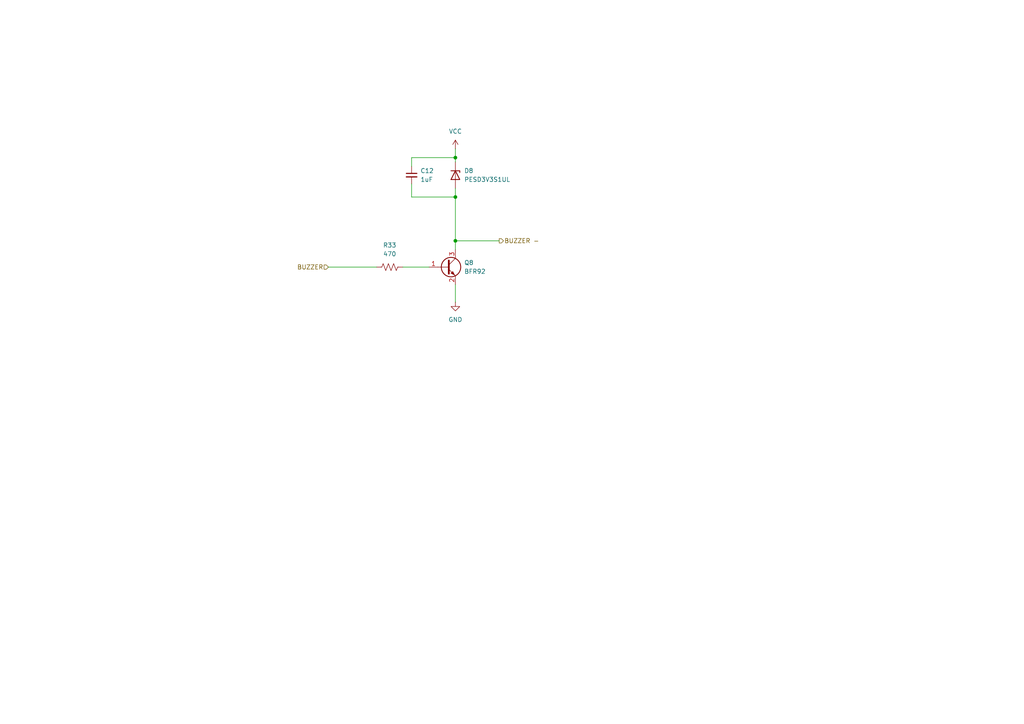
<source format=kicad_sch>
(kicad_sch
	(version 20250114)
	(generator "eeschema")
	(generator_version "9.0")
	(uuid "b61fc21d-2ceb-4c81-a4b6-44857d75bc70")
	(paper "A4")
	(lib_symbols
		(symbol "Device:C_Small"
			(pin_numbers
				(hide yes)
			)
			(pin_names
				(offset 0.254)
				(hide yes)
			)
			(exclude_from_sim no)
			(in_bom yes)
			(on_board yes)
			(property "Reference" "C"
				(at 0.254 1.778 0)
				(effects
					(font
						(size 1.27 1.27)
					)
					(justify left)
				)
			)
			(property "Value" "C_Small"
				(at 0.254 -2.032 0)
				(effects
					(font
						(size 1.27 1.27)
					)
					(justify left)
				)
			)
			(property "Footprint" ""
				(at 0 0 0)
				(effects
					(font
						(size 1.27 1.27)
					)
					(hide yes)
				)
			)
			(property "Datasheet" "~"
				(at 0 0 0)
				(effects
					(font
						(size 1.27 1.27)
					)
					(hide yes)
				)
			)
			(property "Description" "Unpolarized capacitor, small symbol"
				(at 0 0 0)
				(effects
					(font
						(size 1.27 1.27)
					)
					(hide yes)
				)
			)
			(property "ki_keywords" "capacitor cap"
				(at 0 0 0)
				(effects
					(font
						(size 1.27 1.27)
					)
					(hide yes)
				)
			)
			(property "ki_fp_filters" "C_*"
				(at 0 0 0)
				(effects
					(font
						(size 1.27 1.27)
					)
					(hide yes)
				)
			)
			(symbol "C_Small_0_1"
				(polyline
					(pts
						(xy -1.524 0.508) (xy 1.524 0.508)
					)
					(stroke
						(width 0.3048)
						(type default)
					)
					(fill
						(type none)
					)
				)
				(polyline
					(pts
						(xy -1.524 -0.508) (xy 1.524 -0.508)
					)
					(stroke
						(width 0.3302)
						(type default)
					)
					(fill
						(type none)
					)
				)
			)
			(symbol "C_Small_1_1"
				(pin passive line
					(at 0 2.54 270)
					(length 2.032)
					(name "~"
						(effects
							(font
								(size 1.27 1.27)
							)
						)
					)
					(number "1"
						(effects
							(font
								(size 1.27 1.27)
							)
						)
					)
				)
				(pin passive line
					(at 0 -2.54 90)
					(length 2.032)
					(name "~"
						(effects
							(font
								(size 1.27 1.27)
							)
						)
					)
					(number "2"
						(effects
							(font
								(size 1.27 1.27)
							)
						)
					)
				)
			)
			(embedded_fonts no)
		)
		(symbol "Device:R_US"
			(pin_numbers
				(hide yes)
			)
			(pin_names
				(offset 0)
			)
			(exclude_from_sim no)
			(in_bom yes)
			(on_board yes)
			(property "Reference" "R"
				(at 2.54 0 90)
				(effects
					(font
						(size 1.27 1.27)
					)
				)
			)
			(property "Value" "R_US"
				(at -2.54 0 90)
				(effects
					(font
						(size 1.27 1.27)
					)
				)
			)
			(property "Footprint" ""
				(at 1.016 -0.254 90)
				(effects
					(font
						(size 1.27 1.27)
					)
					(hide yes)
				)
			)
			(property "Datasheet" "~"
				(at 0 0 0)
				(effects
					(font
						(size 1.27 1.27)
					)
					(hide yes)
				)
			)
			(property "Description" "Resistor, US symbol"
				(at 0 0 0)
				(effects
					(font
						(size 1.27 1.27)
					)
					(hide yes)
				)
			)
			(property "ki_keywords" "R res resistor"
				(at 0 0 0)
				(effects
					(font
						(size 1.27 1.27)
					)
					(hide yes)
				)
			)
			(property "ki_fp_filters" "R_*"
				(at 0 0 0)
				(effects
					(font
						(size 1.27 1.27)
					)
					(hide yes)
				)
			)
			(symbol "R_US_0_1"
				(polyline
					(pts
						(xy 0 2.286) (xy 0 2.54)
					)
					(stroke
						(width 0)
						(type default)
					)
					(fill
						(type none)
					)
				)
				(polyline
					(pts
						(xy 0 2.286) (xy 1.016 1.905) (xy 0 1.524) (xy -1.016 1.143) (xy 0 0.762)
					)
					(stroke
						(width 0)
						(type default)
					)
					(fill
						(type none)
					)
				)
				(polyline
					(pts
						(xy 0 0.762) (xy 1.016 0.381) (xy 0 0) (xy -1.016 -0.381) (xy 0 -0.762)
					)
					(stroke
						(width 0)
						(type default)
					)
					(fill
						(type none)
					)
				)
				(polyline
					(pts
						(xy 0 -0.762) (xy 1.016 -1.143) (xy 0 -1.524) (xy -1.016 -1.905) (xy 0 -2.286)
					)
					(stroke
						(width 0)
						(type default)
					)
					(fill
						(type none)
					)
				)
				(polyline
					(pts
						(xy 0 -2.286) (xy 0 -2.54)
					)
					(stroke
						(width 0)
						(type default)
					)
					(fill
						(type none)
					)
				)
			)
			(symbol "R_US_1_1"
				(pin passive line
					(at 0 3.81 270)
					(length 1.27)
					(name "~"
						(effects
							(font
								(size 1.27 1.27)
							)
						)
					)
					(number "1"
						(effects
							(font
								(size 1.27 1.27)
							)
						)
					)
				)
				(pin passive line
					(at 0 -3.81 90)
					(length 1.27)
					(name "~"
						(effects
							(font
								(size 1.27 1.27)
							)
						)
					)
					(number "2"
						(effects
							(font
								(size 1.27 1.27)
							)
						)
					)
				)
			)
			(embedded_fonts no)
		)
		(symbol "Diode:PESD3V3S1UL"
			(pin_numbers
				(hide yes)
			)
			(pin_names
				(hide yes)
			)
			(exclude_from_sim no)
			(in_bom yes)
			(on_board yes)
			(property "Reference" "D"
				(at 0 2.54 0)
				(effects
					(font
						(size 1.27 1.27)
					)
				)
			)
			(property "Value" "PESD3V3S1UL"
				(at 0 -2.54 0)
				(effects
					(font
						(size 1.27 1.27)
					)
				)
			)
			(property "Footprint" "Diode_SMD:D_SOD-882"
				(at 0 -5.08 0)
				(effects
					(font
						(size 1.27 1.27)
					)
					(hide yes)
				)
			)
			(property "Datasheet" "https://assets.nexperia.com/documents/data-sheet/PESD3V3S1UL.pdf"
				(at 0 5.08 0)
				(effects
					(font
						(size 1.27 1.27)
					)
					(hide yes)
				)
			)
			(property "Description" "Unidirectional ESD protection diode, 3.3V, SOD-882"
				(at 0 7.62 0)
				(effects
					(font
						(size 1.27 1.27)
					)
					(hide yes)
				)
			)
			(property "ki_keywords" "diode"
				(at 0 0 0)
				(effects
					(font
						(size 1.27 1.27)
					)
					(hide yes)
				)
			)
			(property "ki_fp_filters" "D*SOD?882"
				(at 0 0 0)
				(effects
					(font
						(size 1.27 1.27)
					)
					(hide yes)
				)
			)
			(symbol "PESD3V3S1UL_0_1"
				(polyline
					(pts
						(xy -1.27 -1.27) (xy -1.27 1.27) (xy -0.762 1.27)
					)
					(stroke
						(width 0.254)
						(type default)
					)
					(fill
						(type none)
					)
				)
				(polyline
					(pts
						(xy 1.27 0) (xy -1.27 0)
					)
					(stroke
						(width 0)
						(type default)
					)
					(fill
						(type none)
					)
				)
				(polyline
					(pts
						(xy 1.27 -1.27) (xy 1.27 1.27) (xy -1.27 0) (xy 1.27 -1.27)
					)
					(stroke
						(width 0.254)
						(type default)
					)
					(fill
						(type none)
					)
				)
			)
			(symbol "PESD3V3S1UL_1_1"
				(pin passive line
					(at -3.81 0 0)
					(length 2.54)
					(name "K"
						(effects
							(font
								(size 1.27 1.27)
							)
						)
					)
					(number "1"
						(effects
							(font
								(size 1.27 1.27)
							)
						)
					)
				)
				(pin passive line
					(at 3.81 0 180)
					(length 2.54)
					(name "A"
						(effects
							(font
								(size 1.27 1.27)
							)
						)
					)
					(number "2"
						(effects
							(font
								(size 1.27 1.27)
							)
						)
					)
				)
			)
			(embedded_fonts no)
		)
		(symbol "Transistor_BJT:BFR92"
			(pin_names
				(offset 0)
				(hide yes)
			)
			(exclude_from_sim no)
			(in_bom yes)
			(on_board yes)
			(property "Reference" "Q"
				(at 5.08 1.905 0)
				(effects
					(font
						(size 1.27 1.27)
					)
					(justify left)
				)
			)
			(property "Value" "BFR92"
				(at 5.08 0 0)
				(effects
					(font
						(size 1.27 1.27)
					)
					(justify left)
				)
			)
			(property "Footprint" "Package_TO_SOT_SMD:SOT-323_SC-70"
				(at 5.08 -1.905 0)
				(effects
					(font
						(size 1.27 1.27)
						(italic yes)
					)
					(justify left)
					(hide yes)
				)
			)
			(property "Datasheet" "https://assets.nexperia.com/documents/data-sheet/BFR92A_N.pdf"
				(at 0 0 0)
				(effects
					(font
						(size 1.27 1.27)
					)
					(justify left)
					(hide yes)
				)
			)
			(property "Description" "0.025A Ic, 15V Vce, 5GHz Wideband NPN Transistor, SOT-323"
				(at 0 0 0)
				(effects
					(font
						(size 1.27 1.27)
					)
					(hide yes)
				)
			)
			(property "ki_keywords" "RF 5GHz NPN Transistor"
				(at 0 0 0)
				(effects
					(font
						(size 1.27 1.27)
					)
					(hide yes)
				)
			)
			(property "ki_fp_filters" "SOT?323*"
				(at 0 0 0)
				(effects
					(font
						(size 1.27 1.27)
					)
					(hide yes)
				)
			)
			(symbol "BFR92_0_1"
				(polyline
					(pts
						(xy -2.54 0) (xy 0.635 0)
					)
					(stroke
						(width 0)
						(type default)
					)
					(fill
						(type none)
					)
				)
				(polyline
					(pts
						(xy 0.635 1.905) (xy 0.635 -1.905)
					)
					(stroke
						(width 0.508)
						(type default)
					)
					(fill
						(type none)
					)
				)
				(circle
					(center 1.27 0)
					(radius 2.8194)
					(stroke
						(width 0.254)
						(type default)
					)
					(fill
						(type none)
					)
				)
			)
			(symbol "BFR92_1_1"
				(polyline
					(pts
						(xy 0.635 0.635) (xy 2.54 2.54)
					)
					(stroke
						(width 0)
						(type default)
					)
					(fill
						(type none)
					)
				)
				(polyline
					(pts
						(xy 0.635 -0.635) (xy 2.54 -2.54)
					)
					(stroke
						(width 0)
						(type default)
					)
					(fill
						(type none)
					)
				)
				(polyline
					(pts
						(xy 1.27 -1.778) (xy 1.778 -1.27) (xy 2.286 -2.286) (xy 1.27 -1.778)
					)
					(stroke
						(width 0)
						(type default)
					)
					(fill
						(type outline)
					)
				)
				(pin input line
					(at -5.08 0 0)
					(length 2.54)
					(name "B"
						(effects
							(font
								(size 1.27 1.27)
							)
						)
					)
					(number "1"
						(effects
							(font
								(size 1.27 1.27)
							)
						)
					)
				)
				(pin passive line
					(at 2.54 5.08 270)
					(length 2.54)
					(name "C"
						(effects
							(font
								(size 1.27 1.27)
							)
						)
					)
					(number "3"
						(effects
							(font
								(size 1.27 1.27)
							)
						)
					)
				)
				(pin passive line
					(at 2.54 -5.08 90)
					(length 2.54)
					(name "E"
						(effects
							(font
								(size 1.27 1.27)
							)
						)
					)
					(number "2"
						(effects
							(font
								(size 1.27 1.27)
							)
						)
					)
				)
			)
			(embedded_fonts no)
		)
		(symbol "power:GND"
			(power)
			(pin_numbers
				(hide yes)
			)
			(pin_names
				(offset 0)
				(hide yes)
			)
			(exclude_from_sim no)
			(in_bom yes)
			(on_board yes)
			(property "Reference" "#PWR"
				(at 0 -6.35 0)
				(effects
					(font
						(size 1.27 1.27)
					)
					(hide yes)
				)
			)
			(property "Value" "GND"
				(at 0 -3.81 0)
				(effects
					(font
						(size 1.27 1.27)
					)
				)
			)
			(property "Footprint" ""
				(at 0 0 0)
				(effects
					(font
						(size 1.27 1.27)
					)
					(hide yes)
				)
			)
			(property "Datasheet" ""
				(at 0 0 0)
				(effects
					(font
						(size 1.27 1.27)
					)
					(hide yes)
				)
			)
			(property "Description" "Power symbol creates a global label with name \"GND\" , ground"
				(at 0 0 0)
				(effects
					(font
						(size 1.27 1.27)
					)
					(hide yes)
				)
			)
			(property "ki_keywords" "global power"
				(at 0 0 0)
				(effects
					(font
						(size 1.27 1.27)
					)
					(hide yes)
				)
			)
			(symbol "GND_0_1"
				(polyline
					(pts
						(xy 0 0) (xy 0 -1.27) (xy 1.27 -1.27) (xy 0 -2.54) (xy -1.27 -1.27) (xy 0 -1.27)
					)
					(stroke
						(width 0)
						(type default)
					)
					(fill
						(type none)
					)
				)
			)
			(symbol "GND_1_1"
				(pin power_in line
					(at 0 0 270)
					(length 0)
					(name "~"
						(effects
							(font
								(size 1.27 1.27)
							)
						)
					)
					(number "1"
						(effects
							(font
								(size 1.27 1.27)
							)
						)
					)
				)
			)
			(embedded_fonts no)
		)
		(symbol "power:VCC"
			(power)
			(pin_numbers
				(hide yes)
			)
			(pin_names
				(offset 0)
				(hide yes)
			)
			(exclude_from_sim no)
			(in_bom yes)
			(on_board yes)
			(property "Reference" "#PWR"
				(at 0 -3.81 0)
				(effects
					(font
						(size 1.27 1.27)
					)
					(hide yes)
				)
			)
			(property "Value" "VCC"
				(at 0 3.556 0)
				(effects
					(font
						(size 1.27 1.27)
					)
				)
			)
			(property "Footprint" ""
				(at 0 0 0)
				(effects
					(font
						(size 1.27 1.27)
					)
					(hide yes)
				)
			)
			(property "Datasheet" ""
				(at 0 0 0)
				(effects
					(font
						(size 1.27 1.27)
					)
					(hide yes)
				)
			)
			(property "Description" "Power symbol creates a global label with name \"VCC\""
				(at 0 0 0)
				(effects
					(font
						(size 1.27 1.27)
					)
					(hide yes)
				)
			)
			(property "ki_keywords" "global power"
				(at 0 0 0)
				(effects
					(font
						(size 1.27 1.27)
					)
					(hide yes)
				)
			)
			(symbol "VCC_0_1"
				(polyline
					(pts
						(xy -0.762 1.27) (xy 0 2.54)
					)
					(stroke
						(width 0)
						(type default)
					)
					(fill
						(type none)
					)
				)
				(polyline
					(pts
						(xy 0 2.54) (xy 0.762 1.27)
					)
					(stroke
						(width 0)
						(type default)
					)
					(fill
						(type none)
					)
				)
				(polyline
					(pts
						(xy 0 0) (xy 0 2.54)
					)
					(stroke
						(width 0)
						(type default)
					)
					(fill
						(type none)
					)
				)
			)
			(symbol "VCC_1_1"
				(pin power_in line
					(at 0 0 90)
					(length 0)
					(name "~"
						(effects
							(font
								(size 1.27 1.27)
							)
						)
					)
					(number "1"
						(effects
							(font
								(size 1.27 1.27)
							)
						)
					)
				)
			)
			(embedded_fonts no)
		)
	)
	(junction
		(at 132.08 69.85)
		(diameter 0)
		(color 0 0 0 0)
		(uuid "363662b8-f633-40df-a718-a2af863bbde5")
	)
	(junction
		(at 132.08 45.72)
		(diameter 0)
		(color 0 0 0 0)
		(uuid "a25b1458-cedd-49ff-b793-77367a112c64")
	)
	(junction
		(at 132.08 57.15)
		(diameter 0)
		(color 0 0 0 0)
		(uuid "ea529153-96a8-435c-b152-931ae6bd9070")
	)
	(wire
		(pts
			(xy 132.08 82.55) (xy 132.08 87.63)
		)
		(stroke
			(width 0)
			(type default)
		)
		(uuid "0e5bda75-04c3-4e66-8377-102c160e158e")
	)
	(wire
		(pts
			(xy 119.38 45.72) (xy 132.08 45.72)
		)
		(stroke
			(width 0)
			(type default)
		)
		(uuid "13a4f3fc-bf23-44eb-849d-36b98238d515")
	)
	(wire
		(pts
			(xy 132.08 43.18) (xy 132.08 45.72)
		)
		(stroke
			(width 0)
			(type default)
		)
		(uuid "22df9a44-fb22-4838-87d1-352aef5a8edc")
	)
	(wire
		(pts
			(xy 132.08 45.72) (xy 132.08 46.99)
		)
		(stroke
			(width 0)
			(type default)
		)
		(uuid "62dbb5e9-c63b-457c-9127-97a0e02e3ea7")
	)
	(wire
		(pts
			(xy 95.25 77.47) (xy 109.22 77.47)
		)
		(stroke
			(width 0)
			(type default)
		)
		(uuid "75e7ae7a-9219-4827-b396-1ca838c99b92")
	)
	(wire
		(pts
			(xy 132.08 69.85) (xy 132.08 72.39)
		)
		(stroke
			(width 0)
			(type default)
		)
		(uuid "90f0ec16-9206-4950-91e9-e00bc327a782")
	)
	(wire
		(pts
			(xy 132.08 69.85) (xy 144.78 69.85)
		)
		(stroke
			(width 0)
			(type default)
		)
		(uuid "9751d97f-322e-447a-ac73-e0197bdf97f1")
	)
	(wire
		(pts
			(xy 119.38 48.26) (xy 119.38 45.72)
		)
		(stroke
			(width 0)
			(type default)
		)
		(uuid "988ed841-179f-4876-9e8d-e36334e4778d")
	)
	(wire
		(pts
			(xy 116.84 77.47) (xy 124.46 77.47)
		)
		(stroke
			(width 0)
			(type default)
		)
		(uuid "a669d4b7-1cc9-49df-88a9-2c4eb658aec9")
	)
	(wire
		(pts
			(xy 132.08 57.15) (xy 132.08 69.85)
		)
		(stroke
			(width 0)
			(type default)
		)
		(uuid "a6befab3-2c92-4e52-a779-1df7e54e5e4f")
	)
	(wire
		(pts
			(xy 119.38 57.15) (xy 132.08 57.15)
		)
		(stroke
			(width 0)
			(type default)
		)
		(uuid "a8791fde-f2c4-473b-932f-641ec480f9dd")
	)
	(wire
		(pts
			(xy 132.08 54.61) (xy 132.08 57.15)
		)
		(stroke
			(width 0)
			(type default)
		)
		(uuid "f24b213d-c842-40dd-b2f9-3a32edc758c5")
	)
	(wire
		(pts
			(xy 119.38 53.34) (xy 119.38 57.15)
		)
		(stroke
			(width 0)
			(type default)
		)
		(uuid "fccfdc53-425c-4a09-8fb2-8719c6c44943")
	)
	(hierarchical_label "BUZZER -"
		(shape output)
		(at 144.78 69.85 0)
		(effects
			(font
				(size 1.27 1.27)
			)
			(justify left)
		)
		(uuid "a90034be-82e5-462c-a277-84c13bdc55c3")
	)
	(hierarchical_label "BUZZER"
		(shape input)
		(at 95.25 77.47 180)
		(effects
			(font
				(size 1.27 1.27)
			)
			(justify right)
		)
		(uuid "c783a77a-48f9-48d1-a0b6-2e4efb0b4368")
	)
	(symbol
		(lib_id "Transistor_BJT:BFR92")
		(at 129.54 77.47 0)
		(unit 1)
		(exclude_from_sim no)
		(in_bom yes)
		(on_board yes)
		(dnp no)
		(fields_autoplaced yes)
		(uuid "1cc739eb-fde0-4b74-a57b-b1d6d2a35161")
		(property "Reference" "Q8"
			(at 134.62 76.1999 0)
			(effects
				(font
					(size 1.27 1.27)
				)
				(justify left)
			)
		)
		(property "Value" "BFR92"
			(at 134.62 78.7399 0)
			(effects
				(font
					(size 1.27 1.27)
				)
				(justify left)
			)
		)
		(property "Footprint" "Package_TO_SOT_SMD:SOT-323_SC-70"
			(at 134.62 79.375 0)
			(effects
				(font
					(size 1.27 1.27)
					(italic yes)
				)
				(justify left)
				(hide yes)
			)
		)
		(property "Datasheet" "https://assets.nexperia.com/documents/data-sheet/BFR92A_N.pdf"
			(at 129.54 77.47 0)
			(effects
				(font
					(size 1.27 1.27)
				)
				(justify left)
				(hide yes)
			)
		)
		(property "Description" "0.025A Ic, 15V Vce, 5GHz Wideband NPN Transistor, SOT-323"
			(at 129.54 77.47 0)
			(effects
				(font
					(size 1.27 1.27)
				)
				(hide yes)
			)
		)
		(pin "2"
			(uuid "03f32dcc-2eaf-4eb1-b408-c7a3023315c2")
		)
		(pin "1"
			(uuid "b3bc6d16-0ea0-4886-a92f-1a3eff5dd75f")
		)
		(pin "3"
			(uuid "30859cbb-6ad2-41ee-8ed6-68f816b3e1f9")
		)
		(instances
			(project "PCB porton"
				(path "/066fc511-7226-4630-beb0-d4fa33de32d6/98e2e1af-13f4-44d7-afbb-a6c00796e80f/1952cb5b-f7f2-430b-aae8-1521b54bbd79"
					(reference "Q8")
					(unit 1)
				)
			)
		)
	)
	(symbol
		(lib_id "Diode:PESD3V3S1UL")
		(at 132.08 50.8 270)
		(unit 1)
		(exclude_from_sim no)
		(in_bom yes)
		(on_board yes)
		(dnp no)
		(fields_autoplaced yes)
		(uuid "33b388f9-e739-4a97-9434-5bb0f1fc6d99")
		(property "Reference" "D8"
			(at 134.62 49.5299 90)
			(effects
				(font
					(size 1.27 1.27)
				)
				(justify left)
			)
		)
		(property "Value" "PESD3V3S1UL"
			(at 134.62 52.0699 90)
			(effects
				(font
					(size 1.27 1.27)
				)
				(justify left)
			)
		)
		(property "Footprint" "Diode_SMD:D_SOD-882"
			(at 127 50.8 0)
			(effects
				(font
					(size 1.27 1.27)
				)
				(hide yes)
			)
		)
		(property "Datasheet" "https://assets.nexperia.com/documents/data-sheet/PESD3V3S1UL.pdf"
			(at 137.16 50.8 0)
			(effects
				(font
					(size 1.27 1.27)
				)
				(hide yes)
			)
		)
		(property "Description" "Unidirectional ESD protection diode, 3.3V, SOD-882"
			(at 139.7 50.8 0)
			(effects
				(font
					(size 1.27 1.27)
				)
				(hide yes)
			)
		)
		(pin "2"
			(uuid "06d4cabd-fc8f-470c-8186-6ca7eb450c32")
		)
		(pin "1"
			(uuid "14808fd9-aa2c-4592-8431-e5786fe230d4")
		)
		(instances
			(project "PCB porton"
				(path "/066fc511-7226-4630-beb0-d4fa33de32d6/98e2e1af-13f4-44d7-afbb-a6c00796e80f/1952cb5b-f7f2-430b-aae8-1521b54bbd79"
					(reference "D8")
					(unit 1)
				)
			)
		)
	)
	(symbol
		(lib_id "Device:C_Small")
		(at 119.38 50.8 0)
		(unit 1)
		(exclude_from_sim no)
		(in_bom yes)
		(on_board yes)
		(dnp no)
		(fields_autoplaced yes)
		(uuid "81cf7ac0-7c56-4796-b213-0c687032f6d8")
		(property "Reference" "C12"
			(at 121.92 49.5362 0)
			(effects
				(font
					(size 1.27 1.27)
				)
				(justify left)
			)
		)
		(property "Value" "1uF"
			(at 121.92 52.0762 0)
			(effects
				(font
					(size 1.27 1.27)
				)
				(justify left)
			)
		)
		(property "Footprint" "Capacitor_SMD:C_0201_0603Metric"
			(at 119.38 50.8 0)
			(effects
				(font
					(size 1.27 1.27)
				)
				(hide yes)
			)
		)
		(property "Datasheet" "~"
			(at 119.38 50.8 0)
			(effects
				(font
					(size 1.27 1.27)
				)
				(hide yes)
			)
		)
		(property "Description" "Unpolarized capacitor, small symbol"
			(at 119.38 50.8 0)
			(effects
				(font
					(size 1.27 1.27)
				)
				(hide yes)
			)
		)
		(pin "1"
			(uuid "5b01dd69-170d-4807-bb60-db5b27679be1")
		)
		(pin "2"
			(uuid "7f7d430e-5e21-40b7-9f9c-76ab6face03e")
		)
		(instances
			(project "PCB porton"
				(path "/066fc511-7226-4630-beb0-d4fa33de32d6/98e2e1af-13f4-44d7-afbb-a6c00796e80f/1952cb5b-f7f2-430b-aae8-1521b54bbd79"
					(reference "C12")
					(unit 1)
				)
			)
		)
	)
	(symbol
		(lib_id "power:GND")
		(at 132.08 87.63 0)
		(unit 1)
		(exclude_from_sim no)
		(in_bom yes)
		(on_board yes)
		(dnp no)
		(fields_autoplaced yes)
		(uuid "b10517fa-be89-4ecb-9de5-8b8e0480b748")
		(property "Reference" "#PWR052"
			(at 132.08 93.98 0)
			(effects
				(font
					(size 1.27 1.27)
				)
				(hide yes)
			)
		)
		(property "Value" "GND"
			(at 132.08 92.71 0)
			(effects
				(font
					(size 1.27 1.27)
				)
			)
		)
		(property "Footprint" ""
			(at 132.08 87.63 0)
			(effects
				(font
					(size 1.27 1.27)
				)
				(hide yes)
			)
		)
		(property "Datasheet" ""
			(at 132.08 87.63 0)
			(effects
				(font
					(size 1.27 1.27)
				)
				(hide yes)
			)
		)
		(property "Description" "Power symbol creates a global label with name \"GND\" , ground"
			(at 132.08 87.63 0)
			(effects
				(font
					(size 1.27 1.27)
				)
				(hide yes)
			)
		)
		(pin "1"
			(uuid "fa534bc1-c61c-45d2-a1eb-407b08861ab3")
		)
		(instances
			(project "PCB porton"
				(path "/066fc511-7226-4630-beb0-d4fa33de32d6/98e2e1af-13f4-44d7-afbb-a6c00796e80f/1952cb5b-f7f2-430b-aae8-1521b54bbd79"
					(reference "#PWR052")
					(unit 1)
				)
			)
		)
	)
	(symbol
		(lib_id "power:VCC")
		(at 132.08 43.18 0)
		(unit 1)
		(exclude_from_sim no)
		(in_bom yes)
		(on_board yes)
		(dnp no)
		(fields_autoplaced yes)
		(uuid "c4ac4fdd-3366-408f-8c6e-6a2e8e2689a6")
		(property "Reference" "#PWR053"
			(at 132.08 46.99 0)
			(effects
				(font
					(size 1.27 1.27)
				)
				(hide yes)
			)
		)
		(property "Value" "VCC"
			(at 132.08 38.1 0)
			(effects
				(font
					(size 1.27 1.27)
				)
			)
		)
		(property "Footprint" ""
			(at 132.08 43.18 0)
			(effects
				(font
					(size 1.27 1.27)
				)
				(hide yes)
			)
		)
		(property "Datasheet" ""
			(at 132.08 43.18 0)
			(effects
				(font
					(size 1.27 1.27)
				)
				(hide yes)
			)
		)
		(property "Description" "Power symbol creates a global label with name \"VCC\""
			(at 132.08 43.18 0)
			(effects
				(font
					(size 1.27 1.27)
				)
				(hide yes)
			)
		)
		(pin "1"
			(uuid "4d361d84-c7c3-4f52-86b3-8c133913b159")
		)
		(instances
			(project "PCB porton"
				(path "/066fc511-7226-4630-beb0-d4fa33de32d6/98e2e1af-13f4-44d7-afbb-a6c00796e80f/1952cb5b-f7f2-430b-aae8-1521b54bbd79"
					(reference "#PWR053")
					(unit 1)
				)
			)
		)
	)
	(symbol
		(lib_id "Device:R_US")
		(at 113.03 77.47 90)
		(unit 1)
		(exclude_from_sim no)
		(in_bom yes)
		(on_board yes)
		(dnp no)
		(fields_autoplaced yes)
		(uuid "ff135fae-bd84-42bd-bd4d-925f8ab39aea")
		(property "Reference" "R33"
			(at 113.03 71.12 90)
			(effects
				(font
					(size 1.27 1.27)
				)
			)
		)
		(property "Value" "470"
			(at 113.03 73.66 90)
			(effects
				(font
					(size 1.27 1.27)
				)
			)
		)
		(property "Footprint" "Resistor_SMD:R_0603_1608Metric"
			(at 113.284 76.454 90)
			(effects
				(font
					(size 1.27 1.27)
				)
				(hide yes)
			)
		)
		(property "Datasheet" "~"
			(at 113.03 77.47 0)
			(effects
				(font
					(size 1.27 1.27)
				)
				(hide yes)
			)
		)
		(property "Description" "Resistor, US symbol"
			(at 113.03 77.47 0)
			(effects
				(font
					(size 1.27 1.27)
				)
				(hide yes)
			)
		)
		(pin "2"
			(uuid "29f48650-82ef-4c63-abb9-916d56dcc27e")
		)
		(pin "1"
			(uuid "8fffeed6-2e9b-477a-8269-495700f5bfa2")
		)
		(instances
			(project "PCB porton"
				(path "/066fc511-7226-4630-beb0-d4fa33de32d6/98e2e1af-13f4-44d7-afbb-a6c00796e80f/1952cb5b-f7f2-430b-aae8-1521b54bbd79"
					(reference "R33")
					(unit 1)
				)
			)
		)
	)
)

</source>
